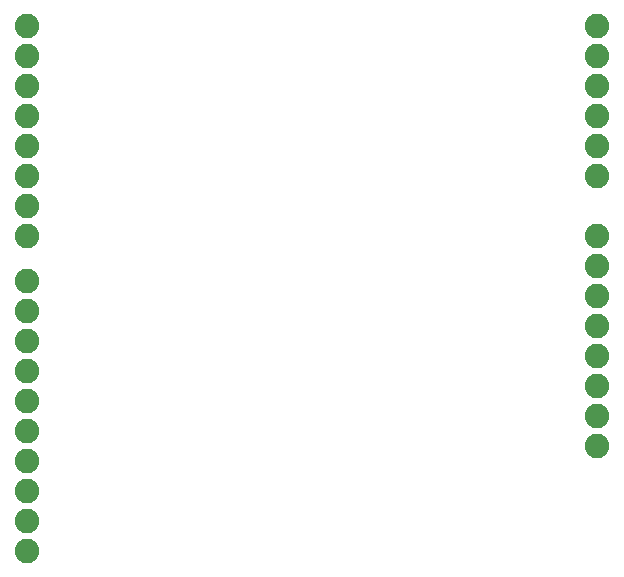
<source format=gbs>
G04 #@! TF.GenerationSoftware,KiCad,Pcbnew,9.0.2*
G04 #@! TF.CreationDate,2025-09-06T12:03:56+01:00*
G04 #@! TF.ProjectId,test_fiducial,74657374-5f66-4696-9475-6369616c2e6b,rev?*
G04 #@! TF.SameCoordinates,Original*
G04 #@! TF.FileFunction,Soldermask,Bot*
G04 #@! TF.FilePolarity,Negative*
%FSLAX46Y46*%
G04 Gerber Fmt 4.6, Leading zero omitted, Abs format (unit mm)*
G04 Created by KiCad (PCBNEW 9.0.2) date 2025-09-06 12:03:56*
%MOMM*%
%LPD*%
G01*
G04 APERTURE LIST*
%ADD10C,2.082800*%
G04 APERTURE END LIST*
D10*
G04 #@! TO.C,B1*
X164150000Y-96595000D03*
X164150000Y-94055000D03*
X164150000Y-81355000D03*
X164150000Y-78815000D03*
X164150000Y-76275000D03*
X164150000Y-73735000D03*
X115890000Y-110565000D03*
X164150000Y-71195000D03*
X115890000Y-113105000D03*
X164150000Y-68655000D03*
X115890000Y-108025000D03*
X115890000Y-68655000D03*
X115890000Y-71195000D03*
X115890000Y-73735000D03*
X115890000Y-76275000D03*
X115890000Y-78815000D03*
X115890000Y-81355000D03*
X115890000Y-83895000D03*
X115890000Y-86435000D03*
X115890000Y-90245000D03*
X115890000Y-92785000D03*
X115890000Y-95325000D03*
X115890000Y-97865000D03*
X115890000Y-100405000D03*
X115890000Y-102945000D03*
X115890000Y-105485000D03*
X164150000Y-88975000D03*
X164150000Y-91515000D03*
X164150000Y-101675000D03*
X164150000Y-104215000D03*
X164150000Y-86435000D03*
X164150000Y-99135000D03*
G04 #@! TD*
M02*

</source>
